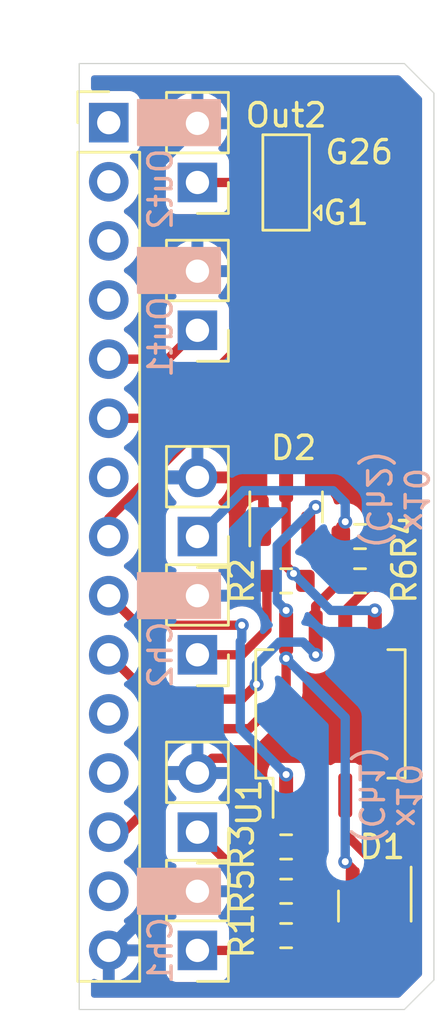
<source format=kicad_pcb>
(kicad_pcb (version 20211014) (generator pcbnew)
  (layers (0 "F.Cu" signal) (31 "B.Cu" signal) (34 "B.Paste" user) (35 "F.Paste" user) (36 "B.SilkS" user "B.Silkscreen") (37 "F.SilkS" user "F.Silkscreen") (38 "B.Mask" user) (39 "F.Mask" user) (44 "Edge.Cuts" user))
  (net 0 "")
  (net 1 "GND")
  (net 2 "+3V3")
  (net 3 "/G35")
  (net 4 "/G36")
  (net 5 "/G3")
  (net 6 "/G1")
  (net 7 "/G16")
  (net 8 "/G17")
  (net 9 "/G2")
  (net 10 "/G5")
  (net 11 "/G25")
  (net 12 "/G26")
  (net 13 "/RST")
  (net 14 "/BAT")
  (net 15 "+5V")
  (net 16 "Net-(J2-Pad1)")
  (net 17 "Net-(J3-Pad1)")
  (net 18 "Net-(J5-Pad1)")
  (net 19 "/IN1")
  (net 20 "/IN2")
  (net 21 "Net-(J6-Pad1)")
  (net 22 "Net-(J7-Pad1)")
  (net 23 "Net-(R3-Pad2)")
  (net 24 "Net-(R4-Pad2)")
  (footprint "Resistor_SMD:R_0603_1608Metric" (layer "F.Cu") (at 8.89 35.56 180)
    (fp_text reference "R5" (at 1.905 0 90) (layer "F.SilkS"))
    (fp_text value "10k")
    (fp_line (start -0.237258 0.5225) (end 0.237258 0.5225) (layer "F.SilkS") (width 0.12))
    (fp_line (start -0.237258 -0.5225) (end 0.237258 -0.5225) (layer "F.SilkS") (width 0.12))
    (pad "1" smd roundrect locked (at -0.825 0 180) (size 0.8 0.95) (layers "F.Cu" "F.Paste" "F.Mask") (net 23 "Net-(R3-Pad2)"))
    (pad "2" smd roundrect locked (at 0.825 0 180) (size 0.8 0.95) (layers "F.Cu" "F.Paste" "F.Mask") (net 21 "Net-(J6-Pad1)"))
  )
  (footprint "Connector_PinHeader_2.54mm:PinHeader_1x02_P2.54mm_Vertical" (layer "F.Cu") (at 5.08 5.11 180)
    (fp_text reference "J5" hide)
    (fp_text value "Conn_01x02")
    (fp_line (start -1.33 1.27) (end 1.33 1.27) (layer "F.SilkS") (width 0.12))
    (fp_line (start -1.33 -1.33) (end 0 -1.33) (layer "F.SilkS") (width 0.12))
    (fp_line (start -1.33 0) (end -1.33 -1.33) (layer "F.SilkS") (width 0.12))
    (fp_line (start 1.33 1.27) (end 1.33 3.87) (layer "F.SilkS") (width 0.12))
    (fp_line (start -1.33 3.87) (end 1.33 3.87) (layer "F.SilkS") (width 0.12))
    (fp_line (start -1.33 1.27) (end -1.33 3.87) (layer "F.SilkS") (width 0.12))
    (pad "1" thru_hole rect locked (at 0 0 180) (size 1.7 1.7) (drill 1) (layers *.Cu *.Mask) (net 18 "Net-(J5-Pad1)"))
    (pad "2" thru_hole oval locked (at 0 2.54 180) (size 1.7 1.7) (drill 1) (layers *.Cu *.Mask) (net 1 "GND"))
  )
  (footprint "Connector_PinHeader_2.54mm:PinHeader_1x02_P2.54mm_Vertical" (layer "F.Cu") (at 5.08 33.02 180)
    (fp_text reference "J6" hide)
    (fp_text value "Conn_01x02")
    (fp_line (start -1.33 -1.33) (end 0 -1.33) (layer "F.SilkS") (width 0.12))
    (fp_line (start 1.33 1.27) (end 1.33 3.87) (layer "F.SilkS") (width 0.12))
    (fp_line (start -1.33 1.27) (end -1.33 3.87) (layer "F.SilkS") (width 0.12))
    (fp_line (start -1.33 1.27) (end 1.33 1.27) (layer "F.SilkS") (width 0.12))
    (fp_line (start -1.33 3.87) (end 1.33 3.87) (layer "F.SilkS") (width 0.12))
    (fp_line (start -1.33 0) (end -1.33 -1.33) (layer "F.SilkS") (width 0.12))
    (pad "1" thru_hole rect locked (at 0 0 180) (size 1.7 1.7) (drill 1) (layers *.Cu *.Mask) (net 21 "Net-(J6-Pad1)"))
    (pad "2" thru_hole oval locked (at 0 2.54 180) (size 1.7 1.7) (drill 1) (layers *.Cu *.Mask) (net 1 "GND"))
  )
  (footprint "Connector_PinHeader_2.54mm:PinHeader_1x15_P2.54mm_Vertical" (layer "F.Cu") (at 1.27 2.54)
    (fp_text reference "J1" hide)
    (fp_text value "Conn_01x15")
    (fp_line (start 1.33 1.27) (end 1.33 36.89) (layer "F.SilkS") (width 0.12))
    (fp_line (start -1.33 1.27) (end 1.33 1.27) (layer "F.SilkS") (width 0.12))
    (fp_line (start -1.33 -1.33) (end 0 -1.33) (layer "F.SilkS") (width 0.12))
    (fp_line (start -1.33 36.89) (end 1.33 36.89) (layer "F.SilkS") (width 0.12))
    (fp_line (start -1.33 1.27) (end -1.33 36.89) (layer "F.SilkS") (width 0.12))
    (fp_line (start -1.33 0) (end -1.33 -1.33) (layer "F.SilkS") (width 0.12))
    (pad "1" thru_hole rect locked (at 0 0) (size 1.7 1.7) (drill 1) (layers *.Cu *.Mask) (net 5 "/G3"))
    (pad "2" thru_hole oval locked (at 0 2.54) (size 1.7 1.7) (drill 1) (layers *.Cu *.Mask) (net 6 "/G1"))
    (pad "3" thru_hole oval locked (at 0 5.08) (size 1.7 1.7) (drill 1) (layers *.Cu *.Mask) (net 7 "/G16"))
    (pad "4" thru_hole oval locked (at 0 7.62) (size 1.7 1.7) (drill 1) (layers *.Cu *.Mask) (net 8 "/G17"))
    (pad "5" thru_hole oval locked (at 0 10.16) (size 1.7 1.7) (drill 1) (layers *.Cu *.Mask) (net 9 "/G2"))
    (pad "6" thru_hole oval locked (at 0 12.7) (size 1.7 1.7) (drill 1) (layers *.Cu *.Mask) (net 10 "/G5"))
    (pad "7" thru_hole oval locked (at 0 15.24) (size 1.7 1.7) (drill 1) (layers *.Cu *.Mask) (net 11 "/G25"))
    (pad "8" thru_hole oval locked (at 0 17.78) (size 1.7 1.7) (drill 1) (layers *.Cu *.Mask) (net 12 "/G26"))
    (pad "9" thru_hole oval locked (at 0 20.32) (size 1.7 1.7) (drill 1) (layers *.Cu *.Mask) (net 3 "/G35"))
    (pad "10" thru_hole oval locked (at 0 22.86) (size 1.7 1.7) (drill 1) (layers *.Cu *.Mask) (net 4 "/G36"))
    (pad "11" thru_hole oval locked (at 0 25.4) (size 1.7 1.7) (drill 1) (layers *.Cu *.Mask) (net 13 "/RST"))
    (pad "12" thru_hole oval locked (at 0 27.94) (size 1.7 1.7) (drill 1) (layers *.Cu *.Mask) (net 14 "/BAT"))
    (pad "13" thru_hole oval locked (at 0 30.48) (size 1.7 1.7) (drill 1) (layers *.Cu *.Mask) (net 2 "+3V3"))
    (pad "14" thru_hole oval locked (at 0 33.02) (size 1.7 1.7) (drill 1) (layers *.Cu *.Mask) (net 15 "+5V"))
    (pad "15" thru_hole oval locked (at 0 35.56) (size 1.7 1.7) (drill 1) (layers *.Cu *.Mask) (net 1 "GND"))
  )
  (footprint "Resistor_SMD:R_0603_1608Metric" (layer "F.Cu") (at 12.065 20.32 180)
    (fp_text reference "R6" (at -1.905 -1.905 90) (layer "F.SilkS"))
    (fp_text value "10k")
    (fp_line (start -0.237258 0.5225) (end 0.237258 0.5225) (layer "F.SilkS") (width 0.12))
    (fp_line (start -0.237258 -0.5225) (end 0.237258 -0.5225) (layer "F.SilkS") (width 0.12))
    (pad "1" smd roundrect locked (at -0.825 0 180) (size 0.8 0.95) (layers "F.Cu" "F.Paste" "F.Mask") (net 24 "Net-(R4-Pad2)"))
    (pad "2" smd roundrect locked (at 0.825 0 180) (size 0.8 0.95) (layers "F.Cu" "F.Paste" "F.Mask") (net 22 "Net-(J7-Pad1)"))
  )
  (footprint "Connector_PinHeader_2.54mm:PinHeader_1x02_P2.54mm_Vertical" (layer "F.Cu") (at 5.08 25.4 180)
    (fp_text reference "J3" hide)
    (fp_text value "Conn_01x02")
    (fp_line (start -1.33 1.27) (end -1.33 3.87) (layer "F.SilkS") (width 0.12))
    (fp_line (start 1.33 1.27) (end 1.33 3.87) (layer "F.SilkS") (width 0.12))
    (fp_line (start -1.33 0) (end -1.33 -1.33) (layer "F.SilkS") (width 0.12))
    (fp_line (start -1.33 3.87) (end 1.33 3.87) (layer "F.SilkS") (width 0.12))
    (fp_line (start -1.33 -1.33) (end 0 -1.33) (layer "F.SilkS") (width 0.12))
    (fp_line (start -1.33 1.27) (end 1.33 1.27) (layer "F.SilkS") (width 0.12))
    (pad "1" thru_hole rect locked (at 0 0 180) (size 1.7 1.7) (drill 1) (layers *.Cu *.Mask) (net 17 "Net-(J3-Pad1)"))
    (pad "2" thru_hole oval locked (at 0 2.54 180) (size 1.7 1.7) (drill 1) (layers *.Cu *.Mask) (net 1 "GND"))
  )
  (footprint "Package_TO_SOT_SMD:SOT-23" (layer "F.Cu") (at 8.89 19.05 90)
    (fp_text reference "D2" (at 2.54 0.3175 180) (layer "F.SilkS"))
    (fp_text value "BAT54S")
    (fp_line (start 0 1.56) (end 0.65 1.56) (layer "F.SilkS") (width 0.12))
    (fp_line (start 0 -1.56) (end -1.675 -1.56) (layer "F.SilkS") (width 0.12))
    (fp_line (start 0 -1.56) (end 0.65 -1.56) (layer "F.SilkS") (width 0.12))
    (fp_line (start 0 1.56) (end -0.65 1.56) (layer "F.SilkS") (width 0.12))
    (pad "1" smd roundrect locked (at -0.9375 -0.95 90) (size 1.475 0.6) (layers "F.Cu" "F.Paste" "F.Mask") (net 1 "GND"))
    (pad "2" smd roundrect locked (at -0.9375 0.95 90) (size 1.475 0.6) (layers "F.Cu" "F.Paste" "F.Mask") (net 2 "+3V3"))
    (pad "3" smd roundrect locked (at 0.9375 0 90) (size 1.475 0.6) (layers "F.Cu" "F.Paste" "F.Mask") (net 20 "/IN2"))
  )
  (footprint "Package_TO_SOT_SMD:SOT-23" (layer "F.Cu") (at 12.7 36.195 -90)
    (fp_text reference "D1" (at -2.54 -0.3175 180) (layer "F.SilkS"))
    (fp_text value "BAT54S")
    (fp_line (start 0 -1.56) (end 0.65 -1.56) (layer "F.SilkS") (width 0.12))
    (fp_line (start 0 1.56) (end 0.65 1.56) (layer "F.SilkS") (width 0.12))
    (fp_line (start 0 -1.56) (end -1.675 -1.56) (layer "F.SilkS") (width 0.12))
    (fp_line (start 0 1.56) (end -0.65 1.56) (layer "F.SilkS") (width 0.12))
    (pad "1" smd roundrect locked (at -0.9375 -0.95 270) (size 1.475 0.6) (layers "F.Cu" "F.Paste" "F.Mask") (net 1 "GND"))
    (pad "2" smd roundrect locked (at -0.9375 0.95 270) (size 1.475 0.6) (layers "F.Cu" "F.Paste" "F.Mask") (net 2 "+3V3"))
    (pad "3" smd roundrect locked (at 0.9375 0 270) (size 1.475 0.6) (layers "F.Cu" "F.Paste" "F.Mask") (net 19 "/IN1"))
  )
  (footprint "Resistor_SMD:R_0603_1608Metric" (layer "F.Cu") (at 8.89 37.465 180)
    (fp_text reference "R1" (at 1.905 0 90) (layer "F.SilkS"))
    (fp_text value "100")
    (fp_line (start -0.237258 0.5225) (end 0.237258 0.5225) (layer "F.SilkS") (width 0.12))
    (fp_line (start -0.237258 -0.5225) (end 0.237258 -0.5225) (layer "F.SilkS") (width 0.12))
    (pad "1" smd roundrect locked (at -0.825 0 180) (size 0.8 0.95) (layers "F.Cu" "F.Paste" "F.Mask") (net 19 "/IN1"))
    (pad "2" smd roundrect locked (at 0.825 0 180) (size 0.8 0.95) (layers "F.Cu" "F.Paste" "F.Mask") (net 16 "Net-(J2-Pad1)"))
  )
  (footprint "Connector_PinHeader_2.54mm:PinHeader_1x02_P2.54mm_Vertical" (layer "F.Cu") (at 5.08 38.1 180)
    (fp_text reference "J2" hide)
    (fp_text value "Conn_01x02")
    (fp_line (start -1.33 -1.33) (end 0 -1.33) (layer "F.SilkS") (width 0.12))
    (fp_line (start 1.33 1.27) (end 1.33 3.87) (layer "F.SilkS") (width 0.12))
    (fp_line (start -1.33 3.87) (end 1.33 3.87) (layer "F.SilkS") (width 0.12))
    (fp_line (start -1.33 0) (end -1.33 -1.33) (layer "F.SilkS") (width 0.12))
    (fp_line (start -1.33 1.27) (end -1.33 3.87) (layer "F.SilkS") (width 0.12))
    (fp_line (start -1.33 1.27) (end 1.33 1.27) (layer "F.SilkS") (width 0.12))
    (pad "1" thru_hole rect locked (at 0 0 180) (size 1.7 1.7) (drill 1) (layers *.Cu *.Mask) (net 16 "Net-(J2-Pad1)"))
    (pad "2" thru_hole oval locked (at 0 2.54 180) (size 1.7 1.7) (drill 1) (layers *.Cu *.Mask) (net 1 "GND"))
  )
  (footprint "Resistor_SMD:R_0603_1608Metric" (layer "F.Cu") (at 8.89 22.225 180)
    (fp_text reference "R2" (at 1.905 0 90) (layer "F.SilkS"))
    (fp_text value "100")
    (fp_line (start -0.237258 -0.5225) (end 0.237258 -0.5225) (layer "F.SilkS") (width 0.12))
    (fp_line (start -0.237258 0.5225) (end 0.237258 0.5225) (layer "F.SilkS") (width 0.12))
    (pad "1" smd roundrect locked (at -0.825 0 180) (size 0.8 0.95) (layers "F.Cu" "F.Paste" "F.Mask") (net 20 "/IN2"))
    (pad "2" smd roundrect locked (at 0.825 0 180) (size 0.8 0.95) (layers "F.Cu" "F.Paste" "F.Mask") (net 17 "Net-(J3-Pad1)"))
  )
  (footprint "Resistor_SMD:R_0603_1608Metric" (layer "F.Cu") (at 8.89 33.655)
    (fp_text reference "R3" (at -1.905 0 90) (layer "F.SilkS"))
    (fp_text value "90k")
    (fp_line (start -0.237258 0.5225) (end 0.237258 0.5225) (layer "F.SilkS") (width 0.12))
    (fp_line (start -0.237258 -0.5225) (end 0.237258 -0.5225) (layer "F.SilkS") (width 0.12))
    (pad "1" smd roundrect locked (at -0.825 0) (size 0.8 0.95) (layers "F.Cu" "F.Paste" "F.Mask") (net 3 "/G35"))
    (pad "2" smd roundrect locked (at 0.825 0) (size 0.8 0.95) (layers "F.Cu" "F.Paste" "F.Mask") (net 23 "Net-(R3-Pad2)"))
  )
  (footprint "Connector_PinHeader_2.54mm:PinHeader_1x02_P2.54mm_Vertical" (layer "F.Cu") (at 5.08 11.46 180)
    (fp_text reference "J4" hide)
    (fp_text value "Conn_01x02")
    (fp_line (start -1.33 1.27) (end -1.33 3.87) (layer "F.SilkS") (width 0.12))
    (fp_line (start -1.33 1.27) (end 1.33 1.27) (layer "F.SilkS") (width 0.12))
    (fp_line (start 1.33 1.27) (end 1.33 3.87) (layer "F.SilkS") (width 0.12))
    (fp_line (start -1.33 3.87) (end 1.33 3.87) (layer "F.SilkS") (width 0.12))
    (fp_line (start -1.33 0) (end -1.33 -1.33) (layer "F.SilkS") (width 0.12))
    (fp_line (start -1.33 -1.33) (end 0 -1.33) (layer "F.SilkS") (width 0.12))
    (pad "1" thru_hole rect locked (at 0 0 180) (size 1.7 1.7) (drill 1) (layers *.Cu *.Mask) (net 9 "/G2"))
    (pad "2" thru_hole oval locked (at 0 2.54 180) (size 1.7 1.7) (drill 1) (layers *.Cu *.Mask) (net 1 "GND"))
  )
  (footprint "Resistor_SMD:R_0603_1608Metric" (layer "F.Cu") (at 12.065 22.225)
    (fp_text reference "R4" (at 1.905 -1.905 90) (layer "F.SilkS"))
    (fp_text value "90k")
    (fp_line (start -0.237258 -0.5225) (end 0.237258 -0.5225) (layer "F.SilkS") (width 0.12))
    (fp_line (start -0.237258 0.5225) (end 0.237258 0.5225) (layer "F.SilkS") (width 0.12))
    (pad "1" smd roundrect locked (at -0.825 0) (size 0.8 0.95) (layers "F.Cu" "F.Paste" "F.Mask") (net 4 "/G36"))
    (pad "2" smd roundrect locked (at 0.825 0) (size 0.8 0.95) (layers "F.Cu" "F.Paste" "F.Mask") (net 24 "Net-(R4-Pad2)"))
  )
  (footprint "Jumper:SolderJumper-3_P1.3mm_Bridged12_Pad1.0x1.5mm" (layer "F.Cu") (at 8.89 5.11 90)
    (fp_text reference "JP1" hide)
    (fp_text value "Jumper_3_Bridged12")
    (fp_poly (pts (xy -0.9 -0.3) (xy -0.4 -0.3) (xy -0.4 0.3) (xy -0.9 0.3)) (layer "F.Cu") (width 0) (fill solid))
    (fp_line (start -2.05 -1) (end 2.05 -1) (layer "F.SilkS") (width 0.12))
    (fp_line (start -2.05 1) (end -2.05 -1) (layer "F.SilkS") (width 0.12))
    (fp_line (start 2.05 1) (end -2.05 1) (layer "F.SilkS") (width 0.12))
    (fp_line (start -1.3 1.2) (end -1.6 1.5) (layer "F.SilkS") (width 0.12))
    (fp_line (start -1.6 1.5) (end -1 1.5) (layer "F.SilkS") (width 0.12))
    (fp_line (start 2.05 -1) (end 2.05 1) (layer "F.SilkS") (width 0.12))
    (fp_line (start -1.3 1.2) (end -1 1.5) (layer "F.SilkS") (width 0.12))
    (pad "1" smd rect locked (at -1.3 0 90) (size 1 1.5) (layers "F.Cu" "F.Mask") (net 10 "/G5"))
    (pad "2" smd rect locked (at 0 0 90) (size 1 1.5) (layers "F.Cu" "F.Mask") (net 18 "Net-(J5-Pad1)"))
    (pad "3" smd rect locked (at 1.3 0 90) (size 1 1.5) (layers "F.Cu" "F.Mask") (net 12 "/G26"))
  )
  (footprint "Package_SO:SO-8_5.3x6.2mm_P1.27mm" (layer "F.Cu") (at 10.795 27.94 90)
    (fp_text reference "U1" (at -3.81 -3.4925 90) (layer "F.SilkS"))
    (fp_text value "LM358")
    (fp_line (start -2.76 3.21) (end -2.76 2.465) (layer "F.SilkS") (width 0.12))
    (fp_line (start 0 -3.21) (end 2.76 -3.21) (layer "F.SilkS") (width 0.12))
    (fp_line (start -2.76 -2.465) (end -4.45 -2.465) (layer "F.SilkS") (width 0.12))
    (fp_line (start 2.76 -3.21) (end 2.76 -2.465) (layer "F.SilkS") (width 0.12))
    (fp_line (start -2.76 -3.21) (end -2.76 -2.465) (layer "F.SilkS") (width 0.12))
    (fp_line (start 0 3.21) (end -2.76 3.21) (layer "F.SilkS") (width 0.12))
    (fp_line (start 2.76 3.21) (end 2.76 2.465) (layer "F.SilkS") (width 0.12))
    (fp_line (start 0 -3.21) (end -2.76 -3.21) (layer "F.SilkS") (width 0.12))
    (fp_line (start 0 3.21) (end 2.76 3.21) (layer "F.SilkS") (width 0.12))
    (pad "1" smd roundrect locked (at -3.5 -1.905 90) (size 1.9 0.6) (layers "F.Cu" "F.Paste" "F.Mask") (net 3 "/G35"))
    (pad "2" smd roundrect locked (at -3.5 -0.635 90) (size 1.9 0.6) (layers "F.Cu" "F.Paste" "F.Mask") (net 23 "Net-(R3-Pad2)"))
    (pad "3" smd roundrect locked (at -3.5 0.635 90) (size 1.9 0.6) (layers "F.Cu" "F.Paste" "F.Mask") (net 19 "/IN1"))
    (pad "4" smd roundrect locked (at -3.5 1.905 90) (size 1.9 0.6) (layers "F.Cu" "F.Paste" "F.Mask") (net 1 "GND"))
    (pad "5" smd roundrect locked (at 3.5 1.905 90) (size 1.9 0.6) (layers "F.Cu" "F.Paste" "F.Mask") (net 20 "/IN2"))
    (pad "6" smd roundrect locked (at 3.5 0.635 90) (size 1.9 0.6) (layers "F.Cu" "F.Paste" "F.Mask") (net 24 "Net-(R4-Pad2)"))
    (pad "7" smd roundrect locked (at 3.5 -0.635 90) (size 1.9 0.6) (layers "F.Cu" "F.Paste" "F.Mask") (net 4 "/G36"))
    (pad "8" smd roundrect locked (at 3.5 -1.905 90) (size 1.9 0.6) (layers "F.Cu" "F.Paste" "F.Mask") (net 2 "+3V3"))
  )
  (footprint "Connector_PinHeader_2.54mm:PinHeader_1x02_P2.54mm_Vertical" (layer "F.Cu") (at 5.08 20.32 180)
    (fp_text reference "J7" hide)
    (fp_text value "Conn_01x02")
    (fp_line (start -1.33 3.87) (end 1.33 3.87) (layer "F.SilkS") (width 0.12))
    (fp_line (start -1.33 -1.33) (end 0 -1.33) (layer "F.SilkS") (width 0.12))
    (fp_line (start 1.33 1.27) (end 1.33 3.87) (layer "F.SilkS") (width 0.12))
    (fp_line (start -1.33 0) (end -1.33 -1.33) (layer "F.SilkS") (width 0.12))
    (fp_line (start -1.33 1.27) (end -1.33 3.87) (layer "F.SilkS") (width 0.12))
    (fp_line (start -1.33 1.27) (end 1.33 1.27) (layer "F.SilkS") (width 0.12))
    (pad "1" thru_hole rect locked (at 0 0 180) (size 1.7 1.7) (drill 1) (layers *.Cu *.Mask) (net 22 "Net-(J7-Pad1)"))
    (pad "2" thru_hole oval locked (at 0 2.54 180) (size 1.7 1.7) (drill 1) (layers *.Cu *.Mask) (net 1 "GND"))
  )
  (gr_rect (start 2.54 1.5875) (end 6.0325 3.4925) (layer "B.SilkS") (width 0.12) (fill solid))
  (gr_rect (start 2.54 7.9375) (end 6.0325 9.8425) (layer "B.SilkS") (width 0.12) (fill solid))
  (gr_rect (start 2.54 21.9075) (end 6.0325 23.8125) (layer "B.SilkS") (width 0.12) (fill solid))
  (gr_rect (start 2.54 34.6075) (end 6.0325 36.5125) (layer "B.SilkS") (width 0.12) (fill solid))
  (gr_line (start 13.97 0) (end 0 0) (layer "Edge.Cuts") (width 0.05))
  (gr_line (start 15.24 1.27) (end 13.97 0) (layer "Edge.Cuts") (width 0.05))
  (gr_line (start 0 40.64) (end 0 0) (layer "Edge.Cuts") (width 0.05))
  (gr_line (start 13.97 40.64) (end 15.24 39.37) (layer "Edge.Cuts") (width 0.05))
  (gr_line (start 0 40.64) (end 13.97 40.64) (layer "Edge.Cuts") (width 0.05))
  (gr_line (start 15.24 1.27) (end 15.24 39.37) (layer "Edge.Cuts") (width 0.05))
  (gr_text "Ch2" (at 3.4925 25.4 90) (layer "B.SilkS") (effects (font (size 1 1)) (justify mirror)))
  (gr_text "Ch1" (at 3.4925 38.1 90) (layer "B.SilkS") (effects (font (size 1 1)) (justify mirror)))
  (gr_text "Out2" (at 3.4925 5.3975 90) (layer "B.SilkS") (effects (font (size 1 1)) (justify mirror)))
  (gr_text "x10\n(Ch2)" (at 13.6525 18.7325 270) (layer "B.SilkS") (effects (font (size 1 1)) (justify mirror)))
  (gr_text "x10\n(Ch1)" (at 13.335 31.4325 270) (layer "B.SilkS") (effects (font (size 1 1)) (justify mirror)))
  (gr_text "Out1" (at 3.4925 11.7475 90) (layer "B.SilkS") (effects (font (size 1 1)) (justify mirror)))
  (gr_text "G1" (at 10.39 6.41) (layer "F.SilkS") (effects (font (size 1 1)) (justify left)))
  (gr_text "G26" (at 10.4775 3.81) (layer "F.SilkS") (effects (font (size 1 1)) (justify left)))
  (gr_text "Out2\n" (at 8.89 2.2225) (layer "F.SilkS") (effects (font (size 1 1))))
  (segment (start 7.94 19.9875) (end 7.94 18.735) (width 0.4) (layer "F.Cu") (net 1))
  (segment (start 13.65 35.2575) (end 13.65 33.335) (width 0.4) (layer "F.Cu") (net 1))
  (segment (start 13.65 33.335) (end 12.7 32.385) (width 0.4) (layer "F.Cu") (net 1))
  (segment (start 12.7 32.385) (end 12.7 31.75) (width 0.4) (layer "F.Cu") (net 1))
  (segment (start 12.065 29.845) (end 5.715 29.845) (width 0.4) (layer "F.Cu") (net 1))
  (segment (start 7.94 18.735) (end 6.985 17.78) (width 0.4) (layer "F.Cu") (net 1))
  (segment (start 5.715 29.845) (end 5.08 30.48) (width 0.4) (layer "F.Cu") (net 1))
  (segment (start 12.7 30.48) (end 12.065 29.845) (width 0.4) (layer "F.Cu") (net 1))
  (segment (start 12.7 31.44) (end 12.7 30.48) (width 0.4) (layer "F.Cu") (net 1))
  (segment (start 5.08 17.78) (end 6.985 17.78) (width 0.4) (layer "F.Cu") (net 1))
  (segment (start 3.175 30.48) (end 3.175 22.86) (width 0.6) (layer "B.Cu") (net 1))
  (segment (start 3.175 36.195) (end 3.175 35.56) (width 0.6) (layer "B.Cu") (net 1))
  (segment (start 3.175 17.78) (end 3.175 8.89) (width 0.6) (layer "B.Cu") (net 1))
  (segment (start 5.08 30.48) (end 3.175 30.48) (width 0.6) (layer "B.Cu") (net 1))
  (segment (start 5.08 17.78) (end 3.175 17.78) (width 0.6) (layer "B.Cu") (net 1))
  (segment (start 3.175 35.56) (end 3.175 30.48) (width 0.6) (layer "B.Cu") (net 1))
  (segment (start 5.08 35.56) (end 3.175 35.56) (width 0.6) (layer "B.Cu") (net 1))
  (segment (start 5.08 2.57) (end 3.175 4.475) (width 0.6) (layer "B.Cu") (net 1))
  (segment (start 1.27 38.1) (end 3.175 36.195) (width 0.6) (layer "B.Cu") (net 1))
  (segment (start 3.175 22.86) (end 3.175 17.78) (width 0.6) (layer "B.Cu") (net 1))
  (segment (start 3.175 4.475) (end 3.175 8.89) (width 0.6) (layer "B.Cu") (net 1))
  (segment (start 5.08 22.86) (end 3.175 22.86) (width 0.6) (layer "B.Cu") (net 1))
  (segment (start 3.175 8.89) (end 5.08 8.89) (width 0.6) (layer "B.Cu") (net 1))
  (segment (start 9.84 19.37) (end 9.84 19.9875) (width 0.4) (layer "F.Cu") (net 2))
  (segment (start 8.89 24.44) (end 8.89 25.555) (width 0.4) (layer "F.Cu") (net 2))
  (segment (start 11.75 35.2575) (end 11.75 34.61) (width 0.4) (layer "F.Cu") (net 2))
  (segment (start 1.905 33.02) (end 1.27 33.02) (width 0.4) (layer "F.Cu") (net 2))
  (segment (start 8.89 25.555) (end 8.89 26.9875) (width 0.4) (layer "F.Cu") (net 2))
  (segment (start 3.175 31.75) (end 1.905 33.02) (width 0.4) (layer "F.Cu") (net 2))
  (segment (start 8.89 26.9875) (end 7.3025 28.575) (width 0.4) (layer "F.Cu") (net 2))
  (segment (start 10.16 19.05) (end 9.84 19.37) (width 0.4) (layer "F.Cu") (net 2))
  (segment (start 7.3025 28.575) (end 4.424511 28.575) (width 0.4) (layer "F.Cu") (net 2))
  (segment (start 3.175 29.824511) (end 3.175 31.75) (width 0.4) (layer "F.Cu") (net 2))
  (segment (start 4.424511 28.575) (end 3.175 29.824511) (width 0.4) (layer "F.Cu") (net 2))
  (segment (start 11.75 34.61) (end 11.43 34.29) (width 0.4) (layer "F.Cu") (net 2))
  (via (at 10.16 19.05) (size 0.6) (drill 0.3) (layers "F.Cu" "B.Cu") (net 2))
  (via (at 8.89 25.555) (size 0.6) (drill 0.3) (layers "F.Cu" "B.Cu") (net 2))
  (via (at 11.43 34.29) (size 0.6) (drill 0.3) (layers "F.Cu" "B.Cu") (net 2))
  (via (at 8.89 23.495) (size 0.6) (drill 0.3) (layers "F.Cu" "B.Cu") (net 2))
  (segment (start 8.507989 20.702011) (end 8.507989 23.112989) (width 0.4) (layer "B.Cu") (net 2))
  (segment (start 11.43 28.095) (end 8.89 25.555) (width 0.4) (layer "B.Cu") (net 2))
  (segment (start 11.43 34.29) (end 11.43 28.095) (width 0.4) (layer "B.Cu") (net 2))
  (segment (start 10.16 19.05) (end 8.507989 20.702011) (width 0.4) (layer "B.Cu") (net 2))
  (segment (start 8.507989 23.112989) (end 8.89 23.495) (width 0.4) (layer "B.Cu") (net 2))
  (segment (start 8.065 33.655) (end 8.065 33.21) (width 0.4) (layer "F.Cu") (net 3))
  (segment (start 6.985 24.13) (end 2.54 24.13) (width 0.4) (layer "F.Cu") (net 3))
  (segment (start 8.89 32.385) (end 8.89 31.115) (width 0.4) (layer "F.Cu") (net 3))
  (segment (start 8.89 30.5445) (end 8.89 31.44) (width 0.4) (layer "F.Cu") (net 3))
  (segment (start 8.065 33.21) (end 8.89 32.385) (width 0.4) (layer "F.Cu") (net 3))
  (segment (start 2.54 24.13) (end 1.27 22.86) (width 0.4) (layer "F.Cu") (net 3))
  (via (at 8.89 30.5445) (size 0.6) (drill 0.3) (layers "F.Cu" "B.Cu") (net 3))
  (via (at 6.985 24.13) (size 0.6) (drill 0.3) (layers "F.Cu" "B.Cu") (net 3))
  (segment (start 6.920489 24.829511) (end 6.985 24.765) (width 0.4) (layer "B.Cu") (net 3))
  (segment (start 6.920489 28.574989) (end 6.920489 24.829511) (width 0.4) (layer "B.Cu") (net 3))
  (segment (start 6.985 24.765) (end 6.985 24.13) (width 0.4) (layer "B.Cu") (net 3))
  (segment (start 8.89 30.5445) (end 6.920489 28.574989) (width 0.4) (layer "B.Cu") (net 3))
  (segment (start 6.985 27.305) (end 3.175 27.305) (width 0.4) (layer "F.Cu") (net 4))
  (segment (start 7.62 26.67) (end 6.985 27.305) (width 0.4) (layer "F.Cu") (net 4))
  (segment (start 11.24 22.225) (end 10.16 23.305) (width 0.4) (layer "F.Cu") (net 4))
  (segment (start 10.16 23.305) (end 10.16 24.13) (width 0.4) (layer "F.Cu") (net 4))
  (segment (start 3.175 27.305) (end 1.27 25.4) (width 0.4) (layer "F.Cu") (net 4))
  (via (at 10.16 25.4) (size 0.6) (drill 0.3) (layers "F.Cu" "B.Cu") (net 4))
  (via (at 7.62 26.67) (size 0.6) (drill 0.3) (layers "F.Cu" "B.Cu") (net 4))
  (segment (start 8.600252 24.855489) (end 9.615489 24.855489) (width 0.4) (layer "B.Cu") (net 4))
  (segment (start 9.615489 24.855489) (end 10.16 25.4) (width 0.4) (layer "B.Cu") (net 4))
  (segment (start 7.62 26.67) (end 7.62 25.835741) (width 0.4) (layer "B.Cu") (net 4))
  (segment (start 7.62 25.835741) (end 8.600252 24.855489) (width 0.4) (layer "B.Cu") (net 4))
  (segment (start 3.81 12.7) (end 5.08 11.43) (width 0.4) (layer "F.Cu") (net 9))
  (segment (start 1.27 12.7) (end 3.81 12.7) (width 0.4) (layer "F.Cu") (net 9))
  (segment (start 1.27 15.24) (end 3.799022 15.24) (width 0.4) (layer "F.Cu") (net 10))
  (segment (start 3.799022 15.24) (end 8.89 10.149022) (width 0.4) (layer "F.Cu") (net 10))
  (segment (start 8.89 10.149022) (end 8.89 6.35) (width 0.4) (layer "F.Cu") (net 10))
  (segment (start 10.16 10.657076) (end 1.27 19.547076) (width 0.4) (layer "F.Cu") (net 12))
  (segment (start 1.27 19.547076) (end 1.27 20.32) (width 0.4) (layer "F.Cu") (net 12))
  (segment (start 10.16 3.93) (end 10.16 10.657076) (width 0.4) (layer "F.Cu") (net 12))
  (segment (start 10.04 3.81) (end 10.16 3.93) (width 0.4) (layer "F.Cu") (net 12))
  (segment (start 8.89 3.81) (end 10.04 3.81) (width 0.4) (layer "F.Cu") (net 12))
  (segment (start 5.08 38.1) (end 7.62 38.1) (width 0.4) (layer "F.Cu") (net 16))
  (segment (start 7.62 38.1) (end 8.255 37.465) (width 0.4) (layer "F.Cu") (net 16))
  (segment (start 8.065 24.32) (end 6.985 25.4) (width 0.4) (layer "F.Cu") (net 17))
  (segment (start 8.065 22.225) (end 8.065 24.32) (width 0.4) (layer "F.Cu") (net 17))
  (segment (start 6.985 25.4) (end 5.08 25.4) (width 0.4) (layer "F.Cu") (net 17))
  (segment (start 8.86 5.11) (end 8.89 5.08) (width 0.4) (layer "F.Cu") (net 18))
  (segment (start 5.08 5.11) (end 8.86 5.11) (width 0.4) (layer "F.Cu") (net 18))
  (segment (start 12.7 34.363569) (end 11.43 33.093569) (width 0.4) (layer "F.Cu") (net 19))
  (segment (start 11.43 33.093569) (end 11.43 31.115) (width 0.4) (layer "F.Cu") (net 19))
  (segment (start 9.715 37.465) (end 12.7 37.465) (width 0.4) (layer "F.Cu") (net 19))
  (segment (start 12.7 37.1325) (end 12.7 34.363569) (width 0.4) (layer "F.Cu") (net 19))
  (segment (start 9.2075 21.9075) (end 9.525 22.225) (width 0.4) (layer "F.Cu") (net 20))
  (segment (start 8.89 21.59) (end 9.2075 21.9075) (width 0.4) (layer "F.Cu") (net 20))
  (segment (start 12.7 24.44) (end 12.7 23.495) (width 0.4) (layer "F.Cu") (net 20))
  (segment (start 8.89 18.1125) (end 8.89 21.59) (width 0.4) (layer "F.Cu") (net 20))
  (via (at 9.2075 21.9075) (size 0.6) (drill 0.3) (layers "F.Cu" "B.Cu") (net 20))
  (via (at 12.7 23.495) (size 0.6) (drill 0.3) (layers "F.Cu" "B.Cu") (net 20))
  (segment (start 12.7 23.495) (end 10.795 23.495) (width 0.4) (layer "B.Cu") (net 20))
  (segment (start 10.795 23.495) (end 9.2075 21.9075) (width 0.4) (layer "B.Cu") (net 20))
  (segment (start 5.08 33.655) (end 5.08 33.02) (width 0.4) (layer "F.Cu") (net 21))
  (segment (start 6.35 34.29) (end 5.08 33.02) (width 0.4) (layer "F.Cu") (net 21))
  (segment (start 6.985 34.29) (end 6.35 34.29) (width 0.4) (layer "F.Cu") (net 21))
  (segment (start 8.065 35.37) (end 6.985 34.29) (width 0.4) (layer "F.Cu") (net 21))
  (segment (start 8.065 35.56) (end 8.065 35.37) (width 0.4) (layer "F.Cu") (net 21))
  (segment (start 11.24 19.875) (end 11.43 19.685) (width 0.4) (layer "F.Cu") (net 22))
  (segment (start 11.24 20.32) (end 11.24 19.875) (width 0.4) (layer "F.Cu") (net 22))
  (via (at 11.43 19.685) (size 0.6) (drill 0.3) (layers "F.Cu" "B.Cu") (net 22))
  (segment (start 11.43 19.685) (end 11.43 18.87287) (width 0.4) (layer "B.Cu") (net 22))
  (segment (start 11.43 18.87287) (end 10.907619 18.350489) (width 0.4) (layer "B.Cu") (net 22))
  (segment (start 10.907619 18.350489) (end 7.049511 18.350489) (width 0.4) (layer "B.Cu") (net 22))
  (segment (start 7.049511 18.350489) (end 5.08 20.32) (width 0.4) (layer "B.Cu") (net 22))
  (segment (start 9.715 33.655) (end 10.16 33.21) (width 0.4) (layer "F.Cu") (net 23))
  (segment (start 10.16 33.21) (end 10.16 31.75) (width 0.4) (layer "F.Cu") (net 23))
  (segment (start 9.715 35.56) (end 9.715 33.845) (width 0.4) (layer "F.Cu") (net 23))
  (segment (start 11.43 24.44) (end 11.43 23.495) (width 0.4) (layer "F.Cu") (net 24))
  (segment (start 12.89 20.32) (end 12.89 22.035) (width 0.4) (layer "F.Cu") (net 24))
  (segment (start 11.43 23.495) (end 12.7 22.225) (width 0.4) (layer "F.Cu") (net 24))
  (zone (net 1) (net_name "GND") (layers F&B.Cu) (connect_pads (clearance 0.508)) (min_thickness 0.254) (fill yes (thermal_gap 0.508) (thermal_bridge_width 0.508))
    (polygon (pts (xy 15.24 40.64) (xy 0 40.64) (xy 0 0) (xy 15.24 0)))
  )
)
</source>
